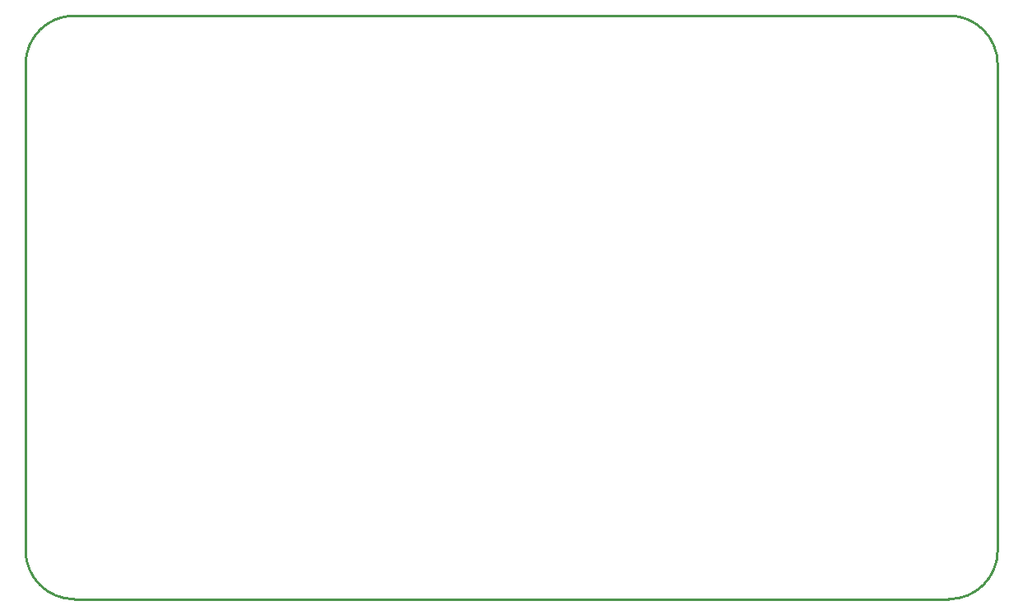
<source format=gko>
G04 Layer: BoardOutlineLayer*
G04 EasyEDA v6.5.22, 2023-03-20 13:27:50*
G04 0fcd681f2d4240da92ff1f52a303d1ac,10*
G04 Gerber Generator version 0.2*
G04 Scale: 100 percent, Rotated: No, Reflected: No *
G04 Dimensions in millimeters *
G04 leading zeros omitted , absolute positions ,4 integer and 5 decimal *
%FSLAX45Y45*%
%MOMM*%

%ADD10C,0.2540*%
D10*
X0Y-5499988D02*
G01*
X0Y-499998D01*
X9499981Y-5999987D02*
G01*
X499998Y-5999987D01*
X9999979Y-499998D02*
G01*
X9999979Y-5499988D01*
X499998Y0D02*
G01*
X9499981Y0D01*
G75*
G01*
X9499981Y0D02*
G02*
X9999980Y-499999I0J-499999D01*
G75*
G01*
X9999980Y-5499989D02*
G02*
X9499981Y-5999988I-499999J0D01*
G75*
G01*
X499999Y-5999988D02*
G02*
X0Y-5499989I0J499999D01*
G75*
G01*
X0Y-499999D02*
G02*
X499999Y0I499999J0D01*

%LPD*%
M02*

</source>
